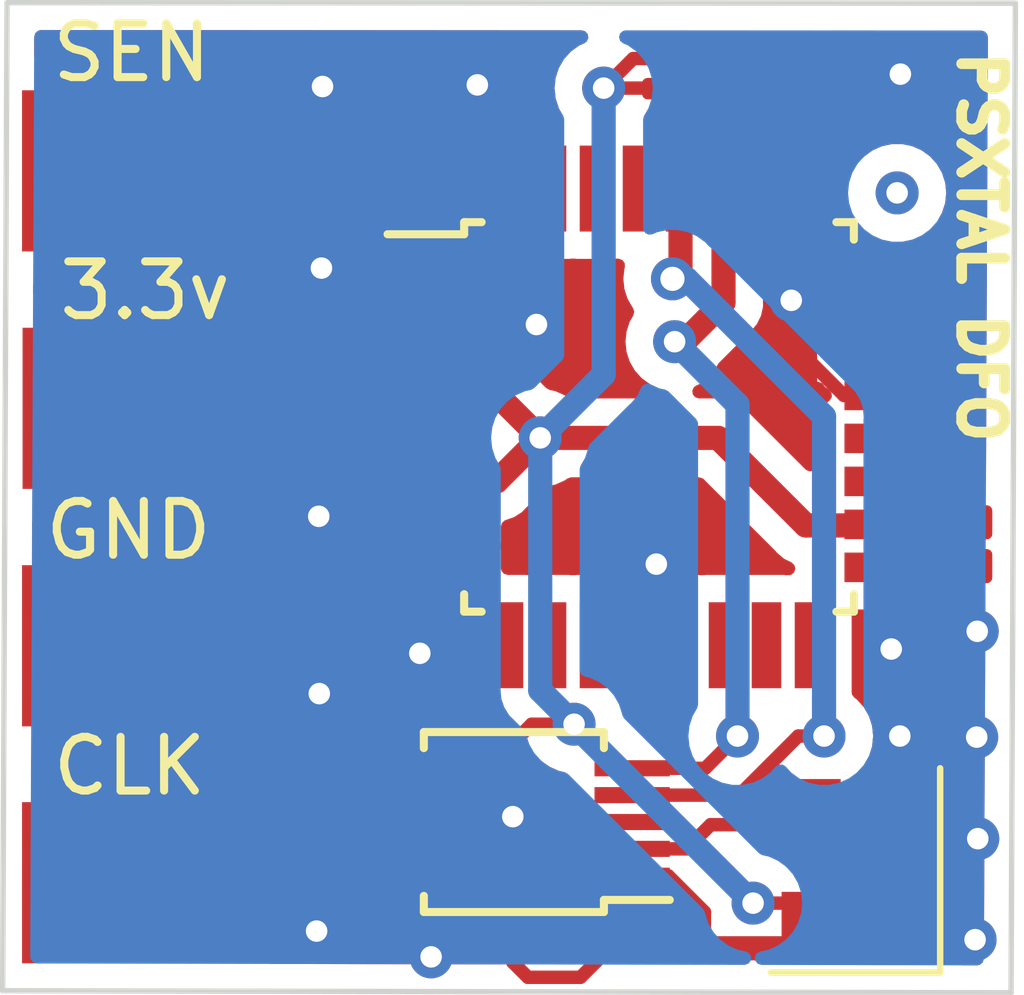
<source format=kicad_pcb>
(kicad_pcb (version 20211014) (generator pcbnew)
  (layers (0 "F.Cu" signal) (31 "B.Cu" signal) (34 "B.Paste" user) (35 "F.Paste" user) (36 "B.SilkS" user "B.Silkscreen") (37 "F.SilkS" user "F.Silkscreen") (38 "B.Mask" user) (39 "F.Mask" user) (44 "Edge.Cuts" user))
  (net 0 "")
  (net 1 "+3.3V")
  (net 2 "Net-(R1-Pad2)")
  (net 3 "Net-(R2-Pad2)")
  (net 4 "Net-(H10-Pad1)")
  (net 5 "Net-(U1-Pad2)")
  (net 8 "GND")
  (net 12 "Net-(U2-Pad7)")
  (net 31 "sense")
  (net 32 "Rx")
  (net 33 "Tx")
  (net 34 "i2c-SCL")
  (net 35 "i2c-SDA")
  (footprint "Oscillator:Oscillator_SMD_Abracon_ASE-4Pin_3.2x2.5mm" (layer "F.Cu") (at 107.984998 75.56 90)
    (fp_text reference "X1" hide)
    (fp_text value "ASE-25MHz" hide)
    (fp_line (start -1.9 -1.575) (end -1.9 1.575) (layer "F.SilkS") (width 0.12))
    (fp_line (start -1.9 1.575) (end 1.9 1.575) (layer "F.SilkS") (width 0.12))
    (pad "1" smd rect (at -1.05 0.825 90) (size 1.3 1.1) (layers "F.Cu" "F.Paste" "F.Mask") (net 1 "+3.3V"))
    (pad "2" smd rect (at 1.05 0.825 90) (size 1.3 1.1) (layers "F.Cu" "F.Paste" "F.Mask") (net 8 "GND"))
    (pad "3" smd rect (at 1.05 -0.825 90) (size 1.3 1.1) (layers "F.Cu" "F.Paste" "F.Mask") (net 5 "Net-(U1-Pad2)"))
    (pad "4" smd rect (at -1.05 -0.825 90) (size 1.3 1.1) (layers "F.Cu" "F.Paste" "F.Mask") (net 1 "+3.3V"))
  )
  (footprint "" (layer "F.Cu") (at 94.48 75.79)
    (fp_text reference "" (at 0 0) (layer "F.SilkS") (effects (font (size 1.27 1.27))))
    (fp_text value "" (at 0 0) (layer "F.SilkS") (effects (font (size 1.27 1.27))))
    (pad "1" smd rect (at 0 0) (size 4 3) (layers "F.Cu" "F.Mask") (net 4 "Net-(H10-Pad1)"))
  )
  (footprint "Capacitor_SMD:C_0201_0603Metric_Pad0.64x0.40mm_HandSolder" (layer "F.Cu") (at 110.33 69.49 -90)
    (fp_text reference "C2" hide)
    (fp_text value "100nf" hide)
    (pad "1" smd roundrect (at -0.4075 0 270) (size 0.635 0.4) (layers "F.Cu" "F.Mask") (net 1 "+3.3V"))
    (pad "2" smd roundrect (at 0.4075 0 270) (size 0.635 0.4) (layers "F.Cu" "F.Mask") (net 8 "GND"))
  )
  (footprint "Capacitor_SMD:C_0201_0603Metric_Pad0.64x0.40mm_HandSolder" (layer "F.Cu") (at 102.76 77)
    (fp_text reference "C1" hide)
    (fp_text value "100nf" hide)
    (pad "1" smd roundrect (at -0.4075 0) (size 0.635 0.4) (layers "F.Cu" "F.Mask") (net 1 "+3.3V"))
    (pad "2" smd roundrect (at 0.4075 0) (size 0.635 0.4) (layers "F.Cu" "F.Mask") (net 8 "GND"))
  )
  (footprint "Resistor_SMD:R_0201_0603Metric_Pad0.64x0.40mm_HandSolder" (layer "F.Cu") (at 104.74 61.01)
    (fp_text reference "R1" hide)
    (fp_text value "10k" hide)
    (pad "1" smd roundrect (at -0.4075 0) (size 0.635 0.4) (layers "F.Cu" "F.Mask") (net 1 "+3.3V"))
    (pad "2" smd roundrect (at 0.4075 0) (size 0.635 0.4) (layers "F.Cu" "F.Mask") (net 34 "i2c-SCL"))
  )
  (footprint "Resistor_SMD:R_0201_0603Metric_Pad0.64x0.40mm_HandSolder" (layer "F.Cu") (at 106.63 61.01 180)
    (fp_text reference "R2" hide)
    (fp_text value "10k" hide)
    (pad "1" smd roundrect (at -0.4075 0 180) (size 0.635 0.4) (layers "F.Cu" "F.Mask") (net 1 "+3.3V"))
    (pad "2" smd roundrect (at 0.4075 0 180) (size 0.635 0.4) (layers "F.Cu" "F.Mask") (net 35 "i2c-SDA"))
  )
  (footprint "Capacitor_SMD:C_0201_0603Metric_Pad0.64x0.40mm_HandSolder" (layer "F.Cu") (at 98.41 67.13 -90)
    (fp_text reference "C6" hide)
    (fp_text value "100nf" hide)
    (pad "1" smd roundrect (at -0.4075 0 270) (size 0.635 0.4) (layers "F.Cu" "F.Mask") (net 1 "+3.3V"))
    (pad "2" smd roundrect (at 0.4075 0 270) (size 0.635 0.4) (layers "F.Cu" "F.Mask") (net 8 "GND"))
  )
  (footprint "Package_SO:MSOP-10_3x3mm_P0.5mm" (layer "F.Cu") (at 101.63 74.66 180)
    (fp_text reference "U1" hide)
    (fp_text value "Si5351A-B-GT" hide)
    (fp_line (start -1.675 1.675) (end -1.675 1.375) (layer "F.SilkS") (width 0.15))
    (fp_line (start -1.675 -1.45) (end -2.9 -1.45) (layer "F.SilkS") (width 0.15))
    (fp_line (start -1.675 -1.675) (end 1.675 -1.675) (layer "F.SilkS") (width 0.15))
    (fp_line (start -1.675 1.675) (end 1.675 1.675) (layer "F.SilkS") (width 0.15))
    (fp_line (start -1.675 -1.675) (end -1.675 -1.45) (layer "F.SilkS") (width 0.15))
    (fp_line (start 1.675 1.675) (end 1.675 1.375) (layer "F.SilkS") (width 0.15))
    (fp_line (start 1.675 -1.675) (end 1.675 -1.375) (layer "F.SilkS") (width 0.15))
    (pad "1" smd rect (at -2.2 -1 180) (size 1.4 0.3) (layers "F.Cu" "F.Paste" "F.Mask") (net 1 "+3.3V"))
    (pad "2" smd rect (at -2.2 -0.5 180) (size 1.4 0.3) (layers "F.Cu" "F.Paste" "F.Mask") (net 5 "Net-(U1-Pad2)"))
    (pad "3" smd rect (at -2.2 0 180) (size 1.4 0.3) (layers "F.Cu" "F.Paste" "F.Mask"))
    (pad "4" smd rect (at -2.2 0.5 180) (size 1.4 0.3) (layers "F.Cu" "F.Paste" "F.Mask") (net 34 "i2c-SCL"))
    (pad "5" smd rect (at -2.2 1 180) (size 1.4 0.3) (layers "F.Cu" "F.Paste" "F.Mask") (net 35 "i2c-SDA"))
    (pad "6" smd rect (at 2.2 1 180) (size 1.4 0.3) (layers "F.Cu" "F.Paste" "F.Mask"))
    (pad "7" smd rect (at 2.2 0.5 180) (size 1.4 0.3) (layers "F.Cu" "F.Paste" "F.Mask") (net 1 "+3.3V"))
    (pad "8" smd rect (at 2.2 0 180) (size 1.4 0.3) (layers "F.Cu" "F.Paste" "F.Mask") (net 8 "GND"))
    (pad "9" smd rect (at 2.2 -0.5 180) (size 1.4 0.3) (layers "F.Cu" "F.Paste" "F.Mask"))
    (pad "CLKOUT" smd rect (at 2.2 -1 180) (size 1.4 0.3) (layers "F.Cu" "F.Paste" "F.Mask") (net 4 "Net-(H10-Pad1)"))
  )
  (footprint "Package_QFP:TQFP-32_7x7mm_P0.8mm" (layer "F.Cu") (at 104.33 67.12)
    (fp_text reference "U2" hide)
    (fp_text value "ATmega328-A" hide)
    (fp_line (start 3.625 -3.625) (end 3.3 -3.625) (layer "F.SilkS") (width 0.15))
    (fp_line (start -3.625 -3.625) (end -3.625 -3.4) (layer "F.SilkS") (width 0.15))
    (fp_line (start -3.625 -3.4) (end -5.05 -3.4) (layer "F.SilkS") (width 0.15))
    (fp_line (start -3.625 3.625) (end -3.625 3.3) (layer "F.SilkS") (width 0.15))
    (fp_line (start -3.625 3.625) (end -3.3 3.625) (layer "F.SilkS") (width 0.15))
    (fp_line (start 3.625 -3.625) (end 3.625 -3.3) (layer "F.SilkS") (width 0.15))
    (fp_line (start 3.625 3.625) (end 3.3 3.625) (layer "F.SilkS") (width 0.15))
    (fp_line (start -3.625 -3.625) (end -3.3 -3.625) (layer "F.SilkS") (width 0.15))
    (fp_line (start 3.625 3.625) (end 3.625 3.3) (layer "F.SilkS") (width 0.15))
    (pad "1" smd rect (at -4.25 -2.8) (size 1.6 0.55) (layers "F.Cu" "F.Paste" "F.Mask"))
    (pad "2" smd rect (at -4.25 -2) (size 1.6 0.55) (layers "F.Cu" "F.Paste" "F.Mask"))
    (pad "3" smd rect (at -4.25 -1.2) (size 1.6 0.55) (layers "F.Cu" "F.Paste" "F.Mask") (net 8 "GND"))
    (pad "4" smd rect (at -4.25 -0.4) (size 1.6 0.55) (layers "F.Cu" "F.Paste" "F.Mask") (net 1 "+3.3V"))
    (pad "5" smd rect (at -4.25 0.4) (size 1.6 0.55) (layers "F.Cu" "F.Paste" "F.Mask") (net 8 "GND"))
    (pad "6" smd rect (at -4.25 1.2) (size 1.6 0.55) (layers "F.Cu" "F.Paste" "F.Mask") (net 1 "+3.3V"))
    (pad "7" smd rect (at -4.25 2) (size 1.6 0.55) (layers "F.Cu" "F.Paste" "F.Mask") (net 12 "Net-(U2-Pad7)"))
    (pad "8" smd rect (at -4.25 2.8) (size 1.6 0.55) (layers "F.Cu" "F.Paste" "F.Mask"))
    (pad "9" smd rect (at -2.8 4.25 90) (size 1.6 0.55) (layers "F.Cu" "F.Paste" "F.Mask"))
    (pad "10" smd rect (at -2 4.25 90) (size 1.6 0.55) (layers "F.Cu" "F.Paste" "F.Mask"))
    (pad "11" smd rect (at -1.2 4.25 90) (size 1.6 0.55) (layers "F.Cu" "F.Paste" "F.Mask"))
    (pad "12" smd rect (at -0.4 4.25 90) (size 1.6 0.55) (layers "F.Cu" "F.Paste" "F.Mask"))
    (pad "13" smd rect (at 0.4 4.25 90) (size 1.6 0.55) (layers "F.Cu" "F.Paste" "F.Mask"))
    (pad "14" smd rect (at 1.2 4.25 90) (size 1.6 0.55) (layers "F.Cu" "F.Paste" "F.Mask"))
    (pad "15" smd rect (at 2 4.25 90) (size 1.6 0.55) (layers "F.Cu" "F.Paste" "F.Mask"))
    (pad "16" smd rect (at 2.8 4.25 90) (size 1.6 0.55) (layers "F.Cu" "F.Paste" "F.Mask"))
    (pad "17" smd rect (at 4.25 2.8) (size 1.6 0.55) (layers "F.Cu" "F.Paste" "F.Mask"))
    (pad "18" smd rect (at 4.25 2) (size 1.6 0.55) (layers "F.Cu" "F.Paste" "F.Mask") (net 1 "+3.3V"))
    (pad "19" smd rect (at 4.25 1.2) (size 1.6 0.55) (layers "F.Cu" "F.Paste" "F.Mask"))
    (pad "20" smd rect (at 4.25 0.4) (size 1.6 0.55) (layers "F.Cu" "F.Paste" "F.Mask"))
    (pad "21" smd rect (at 4.25 -0.4) (size 1.6 0.55) (layers "F.Cu" "F.Paste" "F.Mask") (net 8 "GND"))
    (pad "22" smd rect (at 4.25 -1.2) (size 1.6 0.55) (layers "F.Cu" "F.Paste" "F.Mask"))
    (pad "23" smd rect (at 4.25 -2) (size 1.6 0.55) (layers "F.Cu" "F.Paste" "F.Mask"))
    (pad "24" smd rect (at 4.25 -2.8) (size 1.6 0.55) (layers "F.Cu" "F.Paste" "F.Mask"))
    (pad "25" smd rect (at 2.8 -4.25 90) (size 1.6 0.55) (layers "F.Cu" "F.Paste" "F.Mask"))
    (pad "26" smd rect (at 2 -4.25 90) (size 1.6 0.55) (layers "F.Cu" "F.Paste" "F.Mask"))
    (pad "27" smd rect (at 1.2 -4.25 90) (size 1.6 0.55) (layers "F.Cu" "F.Paste" "F.Mask") (net 35 "i2c-SDA"))
    (pad "28" smd rect (at 0.4 -4.25 90) (size 1.6 0.55) (layers "F.Cu" "F.Paste" "F.Mask") (net 34 "i2c-SCL"))
    (pad "29" smd rect (at -0.4 -4.25 90) (size 1.6 0.55) (layers "F.Cu" "F.Paste" "F.Mask"))
    (pad "30" smd rect (at -1.2 -4.25 90) (size 1.6 0.55) (layers "F.Cu" "F.Paste" "F.Mask") (net 32 "Rx"))
    (pad "31" smd rect (at -2 -4.25 90) (size 1.6 0.55) (layers "F.Cu" "F.Paste" "F.Mask") (net 33 "Tx"))
    (pad "32" smd rect (at -2.8 -4.25 90) (size 1.6 0.55) (layers "F.Cu" "F.Paste" "F.Mask") (net 31 "sense"))
  )
  (footprint "" (layer "F.Cu") (at 94.48 71.38)
    (fp_text reference "" (at 0 0) (layer "F.SilkS") (effects (font (size 1.27 1.27))))
    (fp_text value "" (at 0 0) (layer "F.SilkS") (effects (font (size 1.27 1.27))))
    (pad "2" smd rect (at 0 0) (size 4 3) (layers "F.Cu" "F.Mask") (net 8 "GND"))
  )
  (footprint "" (layer "F.Cu") (at 94.48 62.54)
    (fp_text reference "" (at 0 0) (layer "F.SilkS") (effects (font (size 1.27 1.27))))
    (fp_text value "" (at 0 0) (layer "F.SilkS") (effects (font (size 1.27 1.27))))
    (pad "4" smd rect (at 0 0) (size 4 3) (layers "F.Cu" "F.Mask") (net 31 "sense"))
  )
  (footprint "" (layer "F.Cu") (at 94.49 66.96)
    (fp_text reference "" (at 0 0) (layer "F.SilkS") (effects (font (size 1.27 1.27))))
    (fp_text value "" (at 0 0) (layer "F.SilkS") (effects (font (size 1.27 1.27))))
    (pad "3" smd rect (at 0 0) (size 4 3) (layers "F.Cu" "F.Mask") (net 1 "+3.3V"))
  )
  (footprint "Resistor_SMD:R_0201_0603Metric_Pad0.64x0.40mm_HandSolder" (layer "F.Cu") (at 97.53 74.44 90)
    (fp_text reference "R3" hide)
    (fp_text value "220r" hide)
    (pad "1" smd roundrect (at -0.4075 0 90) (size 0.635 0.4) (layers "F.Cu" "F.Mask") (net 4 "Net-(H10-Pad1)"))
    (pad "2" smd roundrect (at 0.4075 0 90) (size 0.635 0.4) (layers "F.Cu" "F.Mask") (net 4 "Net-(H10-Pad1)"))
  )
  (footprint "Capacitor_SMD:C_0201_0603Metric_Pad0.64x0.40mm_HandSolder" (layer "F.Cu") (at 104.7675 77.01 180)
    (fp_text reference "C3" hide)
    (fp_text value "100nf" hide)
    (pad "1" smd roundrect (at -0.4075 0 180) (size 0.635 0.4) (layers "F.Cu" "F.Mask") (net 1 "+3.3V"))
    (pad "2" smd roundrect (at 0.4075 0 180) (size 0.635 0.4) (layers "F.Cu" "F.Mask") (net 8 "GND"))
  )
  (gr_line (start 92.12 77.8) (end 110.879417 77.838195) (layer "Edge.Cuts") (width 0.1))
  (gr_line (start 110.96 59.42) (end 92.200583 59.41) (layer "Edge.Cuts") (width 0.1))
  (gr_line (start 110.879417 77.838195) (end 110.96 59.42) (layer "Edge.Cuts") (width 0.1))
  (gr_line (start 92.12 77.8) (end 92.200583 59.42) (layer "Edge.Cuts") (width 0.1))
  (gr_text "GND" (at 94.46 69.23) (layer "F.SilkS") (effects (font (size 1 1))))
  (gr_text "3.3v" (at 94.77 64.77) (layer "F.SilkS") (effects (font (size 1 1))))
  (gr_text "PSXTAL DFO " (at 110.32 64.26 270) (layer "F.SilkS") (effects (font (size 0.8 0.8) (thickness 0.2))))
  (gr_text "SEN" (at 94.52 60.34) (layer "F.SilkS") (effects (font (size 1 1))))
  (gr_text "CLK" (at 94.48 73.62) (layer "F.SilkS") (effects (font (size 1 1))))
  (via (at 108.76 62.95) (size 0.8) (drill 0.4) (layers "F.Cu" "B.Cu") (net 0))
  (segment (start 105.175 77.01) (end 106.759998 77.01) (width 0.45) (layer "F.Cu") (net 1))
  (segment (start 94.41 67.31) (end 94.88 67.31) (width 0.456) (layer "F.Cu") (net 1))
  (segment (start 106.719998 76.17) (end 107.159998 76.61) (width 0.25) (layer "F.Cu") (net 1))
  (segment (start 94.7275 66.7225) (end 94.49 66.96) (width 0.25) (layer "F.Cu") (net 1))
  (segment (start 100.08 66.72) (end 101.33 66.72) (width 0.45) (layer "F.Cu") (net 1))
  (segment (start 104.5 75.66) (end 105.175 76.335) (width 0.25) (layer "F.Cu") (net 1))
  (segment (start 101.96 72.84) (end 102.72 72.84) (width 0.25) (layer "F.Cu") (net 1))
  (segment (start 98.41 66.7225) (end 100.0775 66.7225) (width 0.25) (layer "F.Cu") (net 1))
  (segment (start 100.0775 66.7225) (end 100.08 66.72) (width 0.25) (layer "F.Cu") (net 1))
  (segment (start 105.175 76.335) (end 105.175 77.01) (width 0.25) (layer "F.Cu") (net 1))
  (segment (start 104.3325 61.01) (end 104.3325 60.925) (width 0.25) (layer "F.Cu") (net 1))
  (segment (start 102.92 75.66) (end 102.3525 76.2275) (width 0.25) (layer "F.Cu") (net 1))
  (segment (start 100.08 68.32) (end 101.31 68.32) (width 0.45) (layer "F.Cu") (net 1))
  (segment (start 94.8125 67.2825) (end 94.49 66.96) (width 0.25) (layer "F.Cu") (net 1))
  (segment (start 98.41 66.7225) (end 94.7275 66.7225) (width 0.25) (layer "F.Cu") (net 1))
  (segment (start 102.12 67.51) (end 105.43 67.51) (width 0.45) (layer "F.Cu") (net 1))
  (segment (start 101.31 68.32) (end 102.12 67.51) (width 0.45) (layer "F.Cu") (net 1))
  (segment (start 107.0375 60.6075) (end 107.0375 61.01) (width 0.25) (layer "F.Cu") (net 1))
  (segment (start 103.83 75.66) (end 104.5 75.66) (width 0.25) (layer "F.Cu") (net 1))
  (segment (start 105.43 67.51) (end 107.06 69.14) (width 0.45) (layer "F.Cu") (net 1))
  (segment (start 106.759998 77.01) (end 107.159998 76.61) (width 0.25) (layer "F.Cu") (net 1))
  (segment (start 103.83 75.66) (end 102.92 75.66) (width 0.25) (layer "F.Cu") (net 1))
  (segment (start 101.33 66.72) (end 102.12 67.51) (width 0.45) (layer "F.Cu") (net 1))
  (segment (start 107.06 69.14) (end 108.56 69.14) (width 0.45) (layer "F.Cu") (net 1))
  (segment (start 95.58 67.31) (end 96.16 67.31) (width 0.456) (layer "F.Cu") (net 1))
  (segment (start 106.88 60.45) (end 107.0375 60.6075) (width 0.25) (layer "F.Cu") (net 1))
  (segment (start 103.3 61) (end 103.85 60.45) (width 0.25) (layer "F.Cu") (net 1))
  (segment (start 104.3225 61) (end 104.3325 61.01) (width 0.25) (layer "F.Cu") (net 1))
  (segment (start 99.43 74.16) (end 100.64 74.16) (width 0.25) (layer "F.Cu") (net 1))
  (segment (start 110.2925 69.12) (end 110.33 69.0825) (width 0.25) (layer "F.Cu") (net 1))
  (segment (start 101.1 73.7) (end 101.96 72.84) (width 0.25) (layer "F.Cu") (net 1))
  (segment (start 106.08 76.17) (end 106.719998 76.17) (width 0.25) (layer "F.Cu") (net 1))
  (segment (start 94.02 67.3) (end 94.35 67.3) (width 0.25) (layer "F.Cu") (net 1))
  (segment (start 95.33 67.31) (end 94.88 67.31) (width 0.25) (layer "F.Cu") (net 1))
  (segment (start 100.05 66.75) (end 100.08 66.72) (width 0.25) (layer "F.Cu") (net 1))
  (segment (start 102.3525 76.2275) (end 102.3525 77) (width 0.25) (layer "F.Cu") (net 1))
  (segment (start 108.56 69.14) (end 108.58 69.12) (width 0.25) (layer "F.Cu") (net 1))
  (segment (start 94.88 67.31) (end 95.58 67.31) (width 0.456) (layer "F.Cu") (net 1))
  (segment (start 100.64 74.16) (end 101.1 73.7) (width 0.25) (layer "F.Cu") (net 1))
  (segment (start 103.3 61) (end 104.3225 61) (width 0.25) (layer "F.Cu") (net 1))
  (segment (start 94.06 67.31) (end 94.41 67.31) (width 0.456) (layer "F.Cu") (net 1))
  (segment (start 103.85 60.45) (end 106.88 60.45) (width 0.25) (layer "F.Cu") (net 1))
  (segment (start 107.159998 77.019996) (end 108.809998 77.019996) (width 0.25) (layer "F.Cu") (net 1))
  (segment (start 108.58 69.12) (end 110.2925 69.12) (width 0.45) (layer "F.Cu") (net 1))
  (via (at 102.12 67.51) (size 0.8) (drill 0.4) (layers "F.Cu" "B.Cu") (net 1))
  (via (at 106.08 76.17) (size 0.8) (drill 0.4) (layers "F.Cu" "B.Cu") (net 1))
  (via (at 103.3 61) (size 0.8) (drill 0.4) (layers "F.Cu" "B.Cu") (net 1))
  (via (at 102.75 72.84) (size 0.8) (drill 0.4) (layers "F.Cu" "B.Cu") (net 1))
  (segment (start 102.75 72.84) (end 106.08 76.17) (width 0.45) (layer "B.Cu") (net 1))
  (segment (start 102.12 72.21) (end 102.75 72.84) (width 0.45) (layer "B.Cu") (net 1))
  (segment (start 102.12 67.51) (end 103.3 66.33) (width 0.45) (layer "B.Cu") (net 1))
  (segment (start 102.11 67.5) (end 102.12 67.51) (width 0.25) (layer "B.Cu") (net 1))
  (segment (start 103.3 66.33) (end 103.3 61) (width 0.45) (layer "B.Cu") (net 1))
  (segment (start 102.12 67.51) (end 102.12 72.21) (width 0.45) (layer "B.Cu") (net 1))
  (via (at 104.58 64.55) (size 0.8) (drill 0.45) (layers "F.Cu" "B.Cu") (net 2))
  (via (at 104.62 65.72) (size 0.8) (drill 0.4) (layers "F.Cu" "B.Cu") (net 3))
  (segment (start 97.0275 74.0325) (end 97.53 74.0325) (width 0.35) (layer "F.Cu") (net 4))
  (segment (start 95.27 75.79) (end 97.0275 74.0325) (width 0.35) (layer "F.Cu") (net 4))
  (segment (start 99.43 75.66) (end 98.1 75.66) (width 0.25) (layer "F.Cu") (net 4))
  (segment (start 98.1 75.66) (end 97.56 75.12) (width 0.25) (layer "F.Cu") (net 4))
  (segment (start 94.48 75.79) (end 95.27 75.79) (width 0.25) (layer "F.Cu") (net 4))
  (segment (start 107.159998 74.920007) (end 106.720001 74.920002) (width 0.25) (layer "F.Cu") (net 5))
  (segment (start 106.959998 74.71) (end 107.159998 74.51) (width 0.25) (layer "F.Cu") (net 5))
  (segment (start 104.84 75.16) (end 105.29 74.71) (width 0.25) (layer "F.Cu") (net 5))
  (segment (start 105.29 74.71) (end 106.959998 74.71) (width 0.25) (layer "F.Cu") (net 5))
  (segment (start 107.139998 74.49) (end 107.159998 74.51) (width 0.25) (layer "F.Cu") (net 5))
  (segment (start 103.83 75.16) (end 104.84 75.16) (width 0.25) (layer "F.Cu") (net 5))
  (segment (start 99.9325 67.6675) (end 100.08 67.52) (width 0.25) (layer "F.Cu") (net 8))
  (segment (start 103.1675 77) (end 103.1675 77.2525) (width 0.25) (layer "F.Cu") (net 8))
  (segment (start 103.1675 77.2525) (end 102.87 77.55) (width 0.25) (layer "F.Cu") (net 8))
  (segment (start 103.1675 77) (end 104.35 77) (width 0.25) (layer "F.Cu") (net 8))
  (segment (start 107.77 66.72) (end 106.79 65.74) (width 0.25) (layer "F.Cu") (net 8))
  (segment (start 108.58 66.72) (end 107.77 66.72) (width 0.25) (layer "F.Cu") (net 8))
  (segment (start 106.79 65.74) (end 106.79 64.95) (width 0.25) (layer "F.Cu") (net 8))
  (segment (start 99.43 74.66) (end 101.51 74.66) (width 0.25) (layer "F.Cu") (net 8))
  (segment (start 101.61 74.56) (end 101.61 77.27) (width 0.25) (layer "F.Cu") (net 8))
  (segment (start 101.51 74.66) (end 101.61 74.56) (width 0.25) (layer "F.Cu") (net 8))
  (segment (start 101.61 77.27) (end 101.89 77.55) (width 0.25) (layer "F.Cu") (net 8))
  (segment (start 101.53 65.92) (end 102.05 65.4) (width 0.45) (layer "F.Cu") (net 8))
  (segment (start 102.87 77.55) (end 101.89 77.55) (width 0.25) (layer "F.Cu") (net 8))
  (segment (start 98.41 67.6675) (end 99.9325 67.6675) (width 0.25) (layer "F.Cu") (net 8))
  (segment (start 104.35 77) (end 104.36 77.01) (width 0.25) (layer "F.Cu") (net 8))
  (segment (start 100.08 65.92) (end 101.53 65.92) (width 0.45) (layer "F.Cu") (net 8))
  (via (at 98 68.97) (size 0.8) (drill 0.4) (layers "F.Cu" "B.Cu") (net 8))
  (via (at 97.96 76.69) (size 0.8) (drill 0.4) (layers "F.Cu" "B.Cu") (net 8))
  (via (at 108.65 71.44) (size 0.8) (drill 0.4) (layers "F.Cu" "B.Cu") (net 8))
  (via (at 110.24 73.08) (size 0.8) (drill 0.4) (layers "F.Cu" "B.Cu") (net 8))
  (via (at 102.05 65.4) (size 0.8) (drill 0.4) (layers "F.Cu" "B.Cu") (net 8))
  (via (at 99.88 71.52) (size 0.8) (drill 0.4) (layers "F.Cu" "B.Cu") (net 8))
  (via (at 104.28 69.86) (size 0.8) (drill 0.4) (layers "F.Cu" "B.Cu") (net 8))
  (via (at 98.05 64.35) (size 0.8) (drill 0.4) (layers "F.Cu" "B.Cu") (net 8))
  (via (at 100.95 60.94) (size 0.8) (drill 0.4) (layers "F.Cu" "B.Cu") (net 8))
  (via (at 110.25 71.11) (size 0.8) (drill 0.4) (layers "F.Cu" "B.Cu") (net 8))
  (via (at 106.79 64.95) (size 0.8) (drill 0.4) (layers "F.Cu" "B.Cu") (net 8))
  (via (at 110.21 76.85) (size 0.8) (drill 0.4) (layers "F.Cu" "B.Cu") (net 8))
  (via (at 98.07 60.97) (size 0.8) (drill 0.4) (layers "F.Cu" "B.Cu") (net 8))
  (via (at 100.09 77.17) (size 0.8) (drill 0.4) (layers "F.Cu" "B.Cu") (net 8))
  (via (at 101.61 74.56) (size 0.8) (drill 0.4) (layers "F.Cu" "B.Cu") (net 8))
  (via (at 108.82 60.74) (size 0.8) (drill 0.4) (layers "F.Cu" "B.Cu") (net 8))
  (via (at 110.26 74.97) (size 0.8) (drill 0.4) (layers "F.Cu" "B.Cu") (net 8))
  (via (at 108.81 73.06) (size 0.8) (drill 0.4) (layers "F.Cu" "B.Cu") (net 8))
  (via (at 98.01 72.27) (size 0.8) (drill 0.4) (layers "F.Cu" "B.Cu") (net 8))
  (segment (start 101.2 62.54) (end 101.53 62.87) (width 0.45) (layer "F.Cu") (net 31))
  (segment (start 94.48 62.54) (end 95.39 61.63) (width 0.25) (layer "F.Cu") (net 31))
  (segment (start 94.48 62.54) (end 101.2 62.54) (width 0.45) (layer "F.Cu") (net 31))
  (segment (start 94.48 62.54) (end 95.67 63.73) (width 0.25) (layer "F.Cu") (net 31))
  (segment (start 102.33 62.87) (end 102.23 62.77) (width 0.25) (layer "F.Cu") (net 33))
  (segment (start 105.1475 61.5225) (end 105.1475 61.01) (width 0.25) (layer "F.Cu") (net 34))
  (segment (start 104.73 62.87) (end 104.73 61.94) (width 0.25) (layer "F.Cu") (net 34))
  (segment (start 104.73 61.94) (end 105.1475 61.5225) (width 0.25) (layer "F.Cu") (net 34))
  (segment (start 104.73 62.87) (end 104.73 64.4) (width 0.45) (layer "F.Cu") (net 34))
  (segment (start 104.73 64.4) (end 104.58 64.55) (width 0.45) (layer "F.Cu") (net 34))
  (segment (start 107.4 73.06) (end 106.92 73.06) (width 0.25) (layer "F.Cu") (net 34))
  (segment (start 105.82 74.16) (end 103.83 74.16) (width 0.25) (layer "F.Cu") (net 34))
  (segment (start 106.92 73.06) (end 105.82 74.16) (width 0.25) (layer "F.Cu") (net 34))
  (via (at 107.4 73.06) (size 0.8) (drill 0.4) (layers "F.Cu" "B.Cu") (net 34))
  (segment (start 104.84 64.55) (end 107.4 67.11) (width 0.45) (layer "B.Cu") (net 34))
  (segment (start 107.4 67.11) (end 107.4 73.06) (width 0.45) (layer "B.Cu") (net 34))
  (segment (start 104.58 64.55) (end 104.84 64.55) (width 0.45) (layer "B.Cu") (net 34))
  (segment (start 104.8 65.72) (end 105.53 64.99) (width 0.45) (layer "F.Cu") (net 35))
  (segment (start 105.53 61.76) (end 105.53 62.87) (width 0.25) (layer "F.Cu") (net 35))
  (segment (start 106.2225 61.0675) (end 105.53 61.76) (width 0.25) (layer "F.Cu") (net 35))
  (segment (start 105.79 73.06) (end 105.19 73.66) (width 0.25) (layer "F.Cu") (net 35))
  (segment (start 105.53 64.99) (end 105.53 62.87) (width 0.45) (layer "F.Cu") (net 35))
  (segment (start 105.19 73.66) (end 103.83 73.66) (width 0.25) (layer "F.Cu") (net 35))
  (segment (start 105.54 62.86) (end 105.53 62.87) (width 0.25) (layer "F.Cu") (net 35))
  (segment (start 106.2225 61.01) (end 106.2225 61.0675) (width 0.25) (layer "F.Cu") (net 35))
  (segment (start 104.62 65.72) (end 104.8 65.72) (width 0.45) (layer "F.Cu") (net 35))
  (via (at 105.79 73.06) (size 0.8) (drill 0.4) (layers "F.Cu" "B.Cu") (net 35))
  (segment (start 105.79 66.89) (end 105.79 73.06) (width 0.45) (layer "B.Cu") (net 35))
  (segment (start 104.62 65.72) (end 105.79 66.89) (width 0.45) (layer "B.Cu") (net 35))
  (zone (net 8) (net_name "GND") (layer "F.Cu") (connect_pads (clearance 0.508)) (min_thickness 0.254) (fill yes (thermal_gap 0.508) (thermal_bridge_width 0.508))
    (polygon (pts (xy 110.89 77.82) (xy 92.08 77.79) (xy 92.2 59.4) (xy 110.94 59.4)))
  )
  (zone (net 8) (net_name "GND") (layer "B.Cu") (connect_pads (clearance 0.508)) (min_thickness 0.254) (fill yes (thermal_gap 0.508) (thermal_bridge_width 0.508))
    (polygon (pts (xy 110.87 77.83) (xy 92.12 77.79) (xy 92.2 59.41) (xy 110.95 59.41)))
  )
)
</source>
